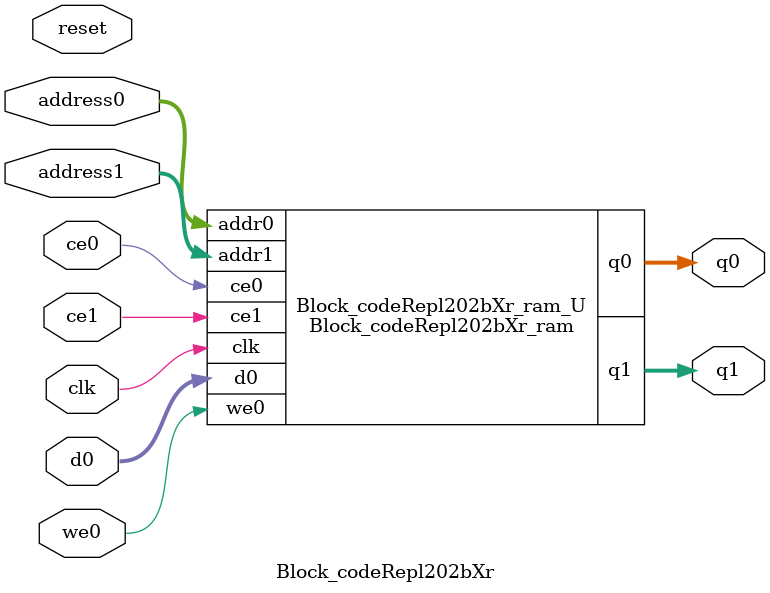
<source format=v>
`timescale 1 ns / 1 ps
module Block_codeRepl202bXr_ram (addr0, ce0, d0, we0, q0, addr1, ce1, q1,  clk);

parameter DWIDTH = 5;
parameter AWIDTH = 18;
parameter MEM_SIZE = 204800;

input[AWIDTH-1:0] addr0;
input ce0;
input[DWIDTH-1:0] d0;
input we0;
output reg[DWIDTH-1:0] q0;
input[AWIDTH-1:0] addr1;
input ce1;
output reg[DWIDTH-1:0] q1;
input clk;

(* ram_style = "block" *)reg [DWIDTH-1:0] ram[0:MEM_SIZE-1];




always @(posedge clk)  
begin 
    if (ce0) begin
        if (we0) 
            ram[addr0] <= d0; 
        q0 <= ram[addr0];
    end
end


always @(posedge clk)  
begin 
    if (ce1) begin
        q1 <= ram[addr1];
    end
end


endmodule

`timescale 1 ns / 1 ps
module Block_codeRepl202bXr(
    reset,
    clk,
    address0,
    ce0,
    we0,
    d0,
    q0,
    address1,
    ce1,
    q1);

parameter DataWidth = 32'd5;
parameter AddressRange = 32'd204800;
parameter AddressWidth = 32'd18;
input reset;
input clk;
input[AddressWidth - 1:0] address0;
input ce0;
input we0;
input[DataWidth - 1:0] d0;
output[DataWidth - 1:0] q0;
input[AddressWidth - 1:0] address1;
input ce1;
output[DataWidth - 1:0] q1;



Block_codeRepl202bXr_ram Block_codeRepl202bXr_ram_U(
    .clk( clk ),
    .addr0( address0 ),
    .ce0( ce0 ),
    .we0( we0 ),
    .d0( d0 ),
    .q0( q0 ),
    .addr1( address1 ),
    .ce1( ce1 ),
    .q1( q1 ));

endmodule


</source>
